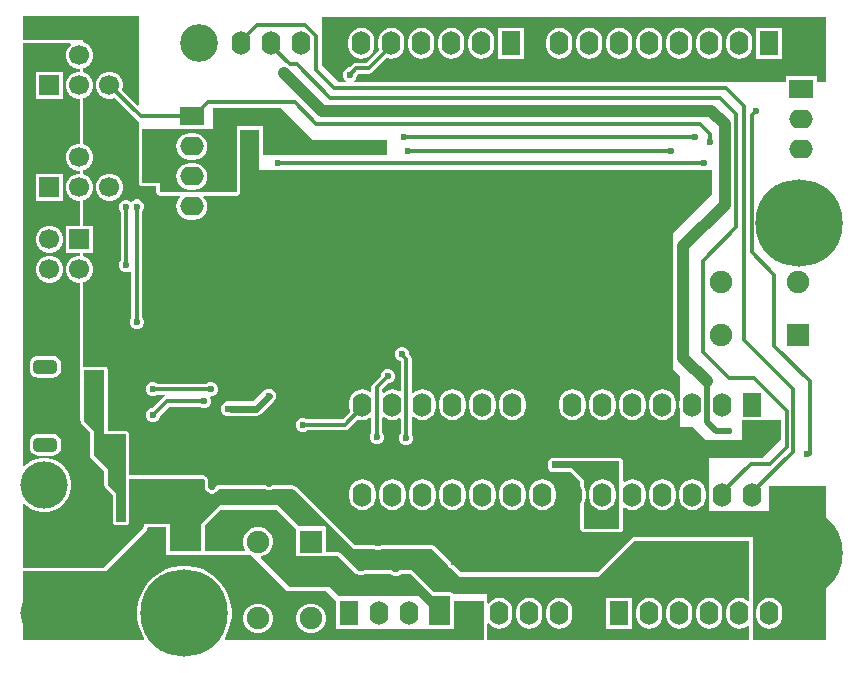
<source format=gbl>
G04*
G04 #@! TF.GenerationSoftware,Altium Limited,Altium Designer,21.6.4 (81)*
G04*
G04 Layer_Physical_Order=2*
G04 Layer_Color=16711680*
%FSLAX44Y44*%
%MOMM*%
G71*
G04*
G04 #@! TF.SameCoordinates,5A2D479A-7A81-4301-8FED-CA8905A59E07*
G04*
G04*
G04 #@! TF.FilePolarity,Positive*
G04*
G01*
G75*
%ADD11C,0.5000*%
%ADD28R,1.9000X1.9000*%
%ADD65C,1.9000*%
%ADD66R,1.9000X1.9000*%
%ADD69C,0.6000*%
%ADD70C,0.3000*%
%ADD71C,1.0000*%
%ADD74C,3.2000*%
%ADD75C,4.0000*%
%ADD76R,1.6000X2.0000*%
%ADD77O,1.6000X2.0000*%
%ADD78O,2.0000X1.6000*%
%ADD79R,2.0000X1.6000*%
%ADD80C,7.4000*%
%ADD81C,1.7000*%
%ADD82R,1.7000X1.7000*%
G04:AMPARAMS|DCode=83|XSize=2mm|YSize=1.2mm|CornerRadius=0.36mm|HoleSize=0mm|Usage=FLASHONLY|Rotation=0.000|XOffset=0mm|YOffset=0mm|HoleType=Round|Shape=RoundedRectangle|*
%AMROUNDEDRECTD83*
21,1,2.0000,0.4800,0,0,0.0*
21,1,1.2800,1.2000,0,0,0.0*
1,1,0.7200,0.6400,-0.2400*
1,1,0.7200,-0.6400,-0.2400*
1,1,0.7200,-0.6400,0.2400*
1,1,0.7200,0.6400,0.2400*
%
%ADD83ROUNDEDRECTD83*%
%ADD84C,0.6000*%
G36*
X683000Y475000D02*
X675000D01*
Y480000D01*
X649000D01*
Y475000D01*
X283305D01*
X283052Y476270D01*
X283399Y476413D01*
X285087Y478101D01*
X286000Y480307D01*
Y480905D01*
X287257Y482162D01*
X295710D01*
X297466Y482511D01*
X298954Y483506D01*
X311129Y495681D01*
X312088Y495283D01*
X314960Y494905D01*
X317832Y495283D01*
X320508Y496391D01*
X322805Y498155D01*
X324568Y500452D01*
X325677Y503128D01*
X326055Y506000D01*
Y510000D01*
X325677Y512872D01*
X324568Y515547D01*
X322805Y517845D01*
X320508Y519608D01*
X317832Y520717D01*
X314960Y521095D01*
X312088Y520717D01*
X309412Y519608D01*
X307115Y517845D01*
X305352Y515547D01*
X304243Y512872D01*
X303865Y510000D01*
Y506000D01*
X304243Y503128D01*
X304641Y502169D01*
X293810Y491338D01*
X285357D01*
X283601Y490989D01*
X282112Y489994D01*
X279618Y487500D01*
X278806D01*
X276601Y486587D01*
X274913Y484899D01*
X274000Y482693D01*
Y480307D01*
X274913Y478101D01*
X276601Y476413D01*
X276948Y476270D01*
X276695Y475000D01*
X271000D01*
X256000Y490000D01*
Y530000D01*
X683000D01*
Y475000D01*
D02*
G37*
G36*
X101000Y455788D02*
X99827Y455302D01*
X86961Y468168D01*
X87700Y470926D01*
Y473954D01*
X86916Y476879D01*
X85402Y479501D01*
X83261Y481642D01*
X80639Y483156D01*
X77714Y483940D01*
X74686D01*
X71761Y483156D01*
X69139Y481642D01*
X66998Y479501D01*
X65484Y476879D01*
X64700Y473954D01*
Y470926D01*
X65484Y468001D01*
X66998Y465379D01*
X69139Y463238D01*
X71761Y461724D01*
X74686Y460940D01*
X77714D01*
X80472Y461679D01*
X99396Y442756D01*
X100884Y441761D01*
X101000Y441738D01*
Y435295D01*
X100941Y435000D01*
Y390000D01*
X101000Y389705D01*
Y388000D01*
X101728D01*
X101837Y387837D01*
X102830Y387174D01*
X104000Y386941D01*
X115941D01*
Y382000D01*
X116174Y380830D01*
X116837Y379837D01*
X117830Y379174D01*
X119000Y378941D01*
X135868D01*
X136276Y377739D01*
X136155Y377645D01*
X134391Y375347D01*
X133283Y372672D01*
X132905Y369800D01*
X133283Y366928D01*
X134391Y364253D01*
X136155Y361955D01*
X138453Y360191D01*
X141128Y359083D01*
X144000Y358705D01*
X148000D01*
X150872Y359083D01*
X153547Y360191D01*
X155845Y361955D01*
X157608Y364253D01*
X158717Y366928D01*
X159095Y369800D01*
X158717Y372672D01*
X157608Y375347D01*
X155845Y377645D01*
X155724Y377739D01*
X156132Y378941D01*
X184000D01*
X185170Y379174D01*
X186163Y379837D01*
X186272Y380000D01*
X187000D01*
Y381705D01*
X187059Y382000D01*
Y434941D01*
X202941D01*
Y413000D01*
X203000Y412705D01*
Y401000D01*
X586000Y401000D01*
Y380000D01*
X553000Y347000D01*
Y232000D01*
X559000Y226000D01*
Y205790D01*
X558755Y203930D01*
Y199930D01*
X559000Y198070D01*
Y183000D01*
X570000D01*
X581000Y172000D01*
X612000D01*
Y188930D01*
X631650D01*
Y189000D01*
X645000D01*
Y173000D01*
X629000Y157000D01*
X584000D01*
Y112000D01*
X635000D01*
Y133000D01*
X683000D01*
Y3000D01*
X621059D01*
Y14380D01*
X621000Y14675D01*
Y36125D01*
X621059Y36421D01*
Y87000D01*
X621000Y87296D01*
Y90000D01*
X618296D01*
X618000Y90059D01*
X521000D01*
X519829Y89826D01*
X518837Y89163D01*
X518837Y89163D01*
X489674Y60000D01*
X374000D01*
X352000Y82000D01*
X351326D01*
X351163Y82163D01*
X350171Y82826D01*
X349000Y83059D01*
X349000Y83059D01*
X307735D01*
X306565Y82826D01*
X305788Y82307D01*
X305047Y82000D01*
X302953D01*
X302212Y82307D01*
X301435Y82826D01*
X300265Y83059D01*
X300265Y83059D01*
X284267D01*
X235663Y131663D01*
X234671Y132326D01*
X233817Y132496D01*
X232584Y133006D01*
X232428Y133163D01*
X231435Y133826D01*
X230265Y134059D01*
X230265Y134059D01*
X215235D01*
X215235Y134059D01*
X214065Y133826D01*
X213072Y133163D01*
X212916Y133006D01*
X211835Y132559D01*
X210665D01*
X209584Y133006D01*
X209428Y133163D01*
X208435Y133826D01*
X207265Y134059D01*
X207265Y134059D01*
X168769D01*
X167599Y133826D01*
X166978Y133411D01*
X166607Y133163D01*
X165944Y132170D01*
X165493Y131084D01*
X164666Y130257D01*
X163585Y129809D01*
X162415D01*
X161334Y130257D01*
X160507Y131084D01*
X160059Y132165D01*
Y138000D01*
X160059Y138000D01*
X159826Y139171D01*
X159163Y140163D01*
X159163Y140163D01*
X159000Y140326D01*
Y141000D01*
X158326D01*
X158163Y141163D01*
X157170Y141826D01*
X156000Y142059D01*
X156000Y142059D01*
X93059D01*
Y177000D01*
X92826Y178171D01*
X92163Y179163D01*
X91171Y179826D01*
X91000Y179860D01*
Y180000D01*
X90295D01*
X90000Y180059D01*
X75059D01*
Y225557D01*
Y231000D01*
X74826Y232171D01*
X74163Y233163D01*
X74000Y233272D01*
Y234000D01*
X72295D01*
X72000Y234059D01*
X55000D01*
X54059Y234980D01*
Y305100D01*
X54000Y305396D01*
Y305552D01*
X55239Y305884D01*
X57861Y307398D01*
X60002Y309539D01*
X61516Y312161D01*
X62300Y315086D01*
Y318114D01*
X61516Y321039D01*
X60002Y323661D01*
X57861Y325802D01*
X55239Y327316D01*
X54000Y327648D01*
Y327805D01*
X54059Y328100D01*
Y330500D01*
X62300D01*
Y353500D01*
X54059D01*
Y374580D01*
X54000Y374875D01*
Y375032D01*
X55239Y375364D01*
X57861Y376878D01*
X60002Y379019D01*
X61516Y381641D01*
X62300Y384566D01*
Y387594D01*
X61516Y390519D01*
X60002Y393141D01*
X57861Y395282D01*
X55239Y396796D01*
X54000Y397128D01*
Y397285D01*
X54059Y397580D01*
Y399980D01*
X54000Y400275D01*
Y400432D01*
X55239Y400764D01*
X57861Y402278D01*
X60002Y404419D01*
X61516Y407041D01*
X62300Y409966D01*
Y412994D01*
X61516Y415919D01*
X60002Y418541D01*
X57861Y420682D01*
X55239Y422196D01*
X54000Y422528D01*
Y422685D01*
X54059Y422980D01*
Y460940D01*
X54000Y461236D01*
Y461392D01*
X55239Y461724D01*
X57861Y463238D01*
X60002Y465379D01*
X61516Y468001D01*
X62300Y470926D01*
Y473954D01*
X61516Y476879D01*
X60002Y479501D01*
X57861Y481642D01*
X55239Y483156D01*
X54000Y483488D01*
Y483644D01*
X54059Y483940D01*
Y486340D01*
X54000Y486636D01*
Y486792D01*
X55239Y487124D01*
X57861Y488638D01*
X60002Y490779D01*
X61516Y493401D01*
X62300Y496326D01*
Y499354D01*
X61516Y502279D01*
X60002Y504901D01*
X57861Y507042D01*
X55239Y508556D01*
X54000Y508888D01*
Y511000D01*
X43369D01*
X43162Y511054D01*
X43073Y511041D01*
X42985Y511059D01*
X3000D01*
Y531000D01*
X101000D01*
Y455788D01*
D02*
G37*
G36*
X249000Y426000D02*
X311000D01*
Y413000D01*
X206000D01*
Y438000D01*
X184000D01*
Y382000D01*
X119000D01*
Y390000D01*
X104000D01*
Y435000D01*
X164000D01*
Y453412D01*
X221588D01*
X249000Y426000D01*
D02*
G37*
G36*
X43427Y506730D02*
X41598Y504901D01*
X40084Y502279D01*
X39300Y499354D01*
Y496326D01*
X40084Y493401D01*
X41598Y490779D01*
X43739Y488638D01*
X46361Y487124D01*
X49286Y486340D01*
X51000D01*
Y483940D01*
X49286D01*
X46361Y483156D01*
X43739Y481642D01*
X41598Y479501D01*
X40084Y476879D01*
X39300Y473954D01*
Y470926D01*
X40084Y468001D01*
X41598Y465379D01*
X43739Y463238D01*
X46361Y461724D01*
X49286Y460940D01*
X51000D01*
Y422980D01*
X49286D01*
X46361Y422196D01*
X43739Y420682D01*
X41598Y418541D01*
X40084Y415919D01*
X39300Y412994D01*
Y409966D01*
X40084Y407041D01*
X41598Y404419D01*
X43739Y402278D01*
X46361Y400764D01*
X49286Y399980D01*
X51000D01*
Y397580D01*
X49286D01*
X46361Y396796D01*
X43739Y395282D01*
X41598Y393141D01*
X40084Y390519D01*
X39300Y387594D01*
Y384566D01*
X40084Y381641D01*
X41598Y379019D01*
X43739Y376878D01*
X46361Y375364D01*
X49286Y374580D01*
X51000D01*
Y353500D01*
X39300D01*
Y330500D01*
X51000D01*
Y328100D01*
X49286D01*
X46361Y327316D01*
X43739Y325802D01*
X41598Y323661D01*
X40084Y321039D01*
X39300Y318114D01*
Y315086D01*
X40084Y312161D01*
X41598Y309539D01*
X43739Y307398D01*
X46361Y305884D01*
X49286Y305100D01*
X51000D01*
Y189000D01*
X51941Y188059D01*
Y188000D01*
X52174Y186829D01*
X52837Y185837D01*
X59941Y178733D01*
Y159000D01*
X60174Y157830D01*
X60837Y156837D01*
X60837Y156837D01*
X71941Y145733D01*
Y134000D01*
X72174Y132830D01*
X72837Y131837D01*
X78941Y125733D01*
Y103000D01*
X79174Y101830D01*
X79837Y100837D01*
X80829Y100174D01*
X82000Y99941D01*
X90000D01*
X91171Y100174D01*
X92163Y100837D01*
X92826Y101830D01*
X93059Y103000D01*
Y139000D01*
X156000D01*
X157000Y138000D01*
Y131000D01*
X157231D01*
X157914Y129351D01*
X159601Y127663D01*
X161807Y126750D01*
X164193D01*
X166399Y127663D01*
X168087Y129351D01*
X168769Y131000D01*
X207265D01*
X207851Y130414D01*
X210056Y129500D01*
X212444D01*
X214649Y130414D01*
X215235Y131000D01*
X230265D01*
X230851Y130414D01*
X233057Y129500D01*
X233500D01*
X283000Y80000D01*
X300265D01*
X300601Y79663D01*
X302806Y78750D01*
X305194D01*
X307399Y79663D01*
X307735Y80000D01*
X349000D01*
X362644Y66357D01*
X363163Y65101D01*
X364851Y63413D01*
X366106Y62894D01*
X373000Y56000D01*
X490000D01*
X521000Y87000D01*
X618000D01*
Y36421D01*
X616730Y35794D01*
X615148Y37009D01*
X612472Y38117D01*
X609600Y38495D01*
X606728Y38117D01*
X604053Y37009D01*
X601755Y35245D01*
X599991Y32947D01*
X598883Y30272D01*
X598505Y27400D01*
Y23400D01*
X598883Y20528D01*
X599991Y17852D01*
X601755Y15555D01*
X604053Y13792D01*
X606728Y12683D01*
X609600Y12305D01*
X612472Y12683D01*
X615148Y13792D01*
X616730Y15006D01*
X618000Y14380D01*
Y3000D01*
X396059D01*
Y16721D01*
X397329Y17152D01*
X398555Y15555D01*
X400853Y13792D01*
X403528Y12683D01*
X406400Y12305D01*
X409272Y12683D01*
X411948Y13792D01*
X414245Y15555D01*
X416008Y17852D01*
X417117Y20528D01*
X417495Y23400D01*
Y27400D01*
X417117Y30272D01*
X416008Y32947D01*
X414245Y35245D01*
X411948Y37009D01*
X409272Y38117D01*
X406400Y38495D01*
X403528Y38117D01*
X400853Y37009D01*
X398555Y35245D01*
X397329Y33648D01*
X396059Y34079D01*
Y36000D01*
X396000Y36295D01*
Y42000D01*
X367272D01*
X367163Y42163D01*
X366171Y42826D01*
X365000Y43059D01*
X351267D01*
X333163Y61163D01*
X332170Y61826D01*
X331000Y62059D01*
X331000Y62059D01*
X322985D01*
X322985Y62059D01*
X321815Y61826D01*
X320822Y61163D01*
X320822Y61163D01*
X320660Y61000D01*
X316840D01*
X316678Y61163D01*
X315685Y61826D01*
X314515Y62059D01*
X314515Y62059D01*
X293235D01*
X292065Y61826D01*
X291072Y61163D01*
X291072Y61163D01*
X290916Y61006D01*
X290900Y61000D01*
X288000D01*
X287428Y61163D01*
X286630Y61696D01*
X272163Y76163D01*
X271171Y76826D01*
X271000Y76860D01*
X271000Y77000D01*
X270000Y77059D01*
X270000Y77059D01*
X269754Y77059D01*
X259500D01*
Y98500D01*
X259000D01*
Y99000D01*
X237000D01*
X219000Y117000D01*
X170000D01*
X168819Y115819D01*
X167837Y115163D01*
X154837Y102163D01*
X154181Y101181D01*
X154000Y101000D01*
Y100296D01*
X153941Y100000D01*
X153941Y100000D01*
X153941Y78059D01*
X142321D01*
X142123Y78019D01*
X141922Y78033D01*
X141674Y78000D01*
X141526D01*
X141278Y78033D01*
X141077Y78019D01*
X140879Y78059D01*
X127200D01*
Y101000D01*
X124296D01*
X124000Y101059D01*
X108000D01*
X107704Y101000D01*
X105200D01*
Y99209D01*
X105174Y99171D01*
X104941Y98000D01*
Y97267D01*
X71733Y64059D01*
X3000D01*
Y117677D01*
X4270Y118203D01*
X6338Y116135D01*
X10105Y113618D01*
X14291Y111884D01*
X18735Y111000D01*
X23265D01*
X27709Y111884D01*
X31895Y113618D01*
X35662Y116135D01*
X38865Y119338D01*
X41382Y123105D01*
X43116Y127291D01*
X44000Y131735D01*
Y136265D01*
X43116Y140709D01*
X41382Y144895D01*
X38865Y148662D01*
X35662Y151865D01*
X31895Y154382D01*
X27709Y156116D01*
X23265Y157000D01*
X18735D01*
X14291Y156116D01*
X10105Y154382D01*
X6338Y151865D01*
X4270Y149797D01*
X3000Y150323D01*
Y508000D01*
X42985D01*
X43427Y506730D01*
D02*
G37*
G36*
X72000Y227943D02*
Y225557D01*
Y177000D01*
X90000D01*
Y103000D01*
X82000D01*
Y127000D01*
X75000Y134000D01*
Y147000D01*
X63000Y159000D01*
Y180000D01*
X55000Y188000D01*
Y231000D01*
X72000D01*
Y227943D01*
D02*
G37*
G36*
X234500Y96500D02*
Y73500D01*
X259500D01*
Y74000D01*
X270000D01*
X285000Y59000D01*
X285265D01*
X285851Y58413D01*
X288057Y57500D01*
X290443D01*
X292649Y58413D01*
X293235Y59000D01*
X314515D01*
X315351Y58163D01*
X317556Y57250D01*
X319944D01*
X322149Y58163D01*
X322985Y59000D01*
X331000D01*
X350000Y40000D01*
X365000D01*
Y36295D01*
X364941Y36000D01*
Y15059D01*
X347000D01*
Y31000D01*
X338000Y40000D01*
X271000D01*
X263000Y48000D01*
X229000D01*
X204568Y72432D01*
X204947Y73849D01*
X206825Y74352D01*
X209675Y75998D01*
X212003Y78325D01*
X213648Y81175D01*
X214500Y84354D01*
Y87646D01*
X213648Y90825D01*
X212003Y93675D01*
X209675Y96003D01*
X206825Y97648D01*
X203646Y98500D01*
X200354D01*
X197175Y97648D01*
X194325Y96003D01*
X191998Y93675D01*
X190352Y90825D01*
X189500Y87646D01*
Y84354D01*
X190352Y81175D01*
X191418Y79329D01*
X190685Y78059D01*
X167721D01*
X167523Y78019D01*
X167322Y78033D01*
X167074Y78000D01*
X166926D01*
X166678Y78033D01*
X166477Y78019D01*
X166279Y78059D01*
X157000D01*
X157000Y100000D01*
X170000Y113000D01*
X218000D01*
X234500Y96500D01*
D02*
G37*
G36*
X124000Y75000D02*
X140879D01*
X141600Y74905D01*
X142321Y75000D01*
X166279D01*
X167000Y74905D01*
X167721Y75000D01*
X196000D01*
X227000Y44000D01*
X260000D01*
X268400Y35600D01*
Y12400D01*
X269000D01*
Y12000D01*
X368000D01*
Y36000D01*
X393000D01*
Y3000D01*
X174267D01*
X173690Y4132D01*
X173911Y4435D01*
X176770Y10045D01*
X178715Y16033D01*
X179700Y22252D01*
Y28548D01*
X178715Y34767D01*
X176770Y40755D01*
X173911Y46365D01*
X170210Y51458D01*
X165758Y55910D01*
X160665Y59611D01*
X155055Y62470D01*
X149067Y64415D01*
X142848Y65400D01*
X136552D01*
X130333Y64415D01*
X124345Y62470D01*
X118735Y59611D01*
X113642Y55910D01*
X109190Y51458D01*
X105489Y46365D01*
X102631Y40755D01*
X100685Y34767D01*
X99700Y28548D01*
Y22252D01*
X100685Y16033D01*
X102631Y10045D01*
X105489Y4435D01*
X105710Y4132D01*
X105133Y3000D01*
X3000D01*
Y61000D01*
X73000D01*
X108000Y96000D01*
Y98000D01*
X124000D01*
Y75000D01*
D02*
G37*
%LPC*%
G36*
X646000Y521000D02*
X624000D01*
Y495000D01*
X646000D01*
Y521000D01*
D02*
G37*
G36*
X427560D02*
X405560D01*
Y495000D01*
X427560D01*
Y521000D01*
D02*
G37*
G36*
X609600Y521095D02*
X606728Y520717D01*
X604053Y519608D01*
X601755Y517845D01*
X599991Y515547D01*
X598883Y512872D01*
X598505Y510000D01*
Y506000D01*
X598883Y503128D01*
X599991Y500452D01*
X601755Y498155D01*
X604053Y496391D01*
X606728Y495283D01*
X609600Y494905D01*
X612472Y495283D01*
X615148Y496391D01*
X617445Y498155D01*
X619208Y500452D01*
X620317Y503128D01*
X620695Y506000D01*
Y510000D01*
X620317Y512872D01*
X619208Y515547D01*
X617445Y517845D01*
X615148Y519608D01*
X612472Y520717D01*
X609600Y521095D01*
D02*
G37*
G36*
X584200D02*
X581328Y520717D01*
X578652Y519608D01*
X576355Y517845D01*
X574591Y515547D01*
X573483Y512872D01*
X573105Y510000D01*
Y506000D01*
X573483Y503128D01*
X574591Y500452D01*
X576355Y498155D01*
X578652Y496391D01*
X581328Y495283D01*
X584200Y494905D01*
X587072Y495283D01*
X589748Y496391D01*
X592045Y498155D01*
X593809Y500452D01*
X594917Y503128D01*
X595295Y506000D01*
Y510000D01*
X594917Y512872D01*
X593809Y515547D01*
X592045Y517845D01*
X589748Y519608D01*
X587072Y520717D01*
X584200Y521095D01*
D02*
G37*
G36*
X558800D02*
X555928Y520717D01*
X553252Y519608D01*
X550955Y517845D01*
X549192Y515547D01*
X548083Y512872D01*
X547705Y510000D01*
Y506000D01*
X548083Y503128D01*
X549192Y500452D01*
X550955Y498155D01*
X553252Y496391D01*
X555928Y495283D01*
X558800Y494905D01*
X561672Y495283D01*
X564347Y496391D01*
X566645Y498155D01*
X568409Y500452D01*
X569517Y503128D01*
X569895Y506000D01*
Y510000D01*
X569517Y512872D01*
X568409Y515547D01*
X566645Y517845D01*
X564347Y519608D01*
X561672Y520717D01*
X558800Y521095D01*
D02*
G37*
G36*
X533400D02*
X530528Y520717D01*
X527853Y519608D01*
X525555Y517845D01*
X523792Y515547D01*
X522683Y512872D01*
X522305Y510000D01*
Y506000D01*
X522683Y503128D01*
X523792Y500452D01*
X525555Y498155D01*
X527853Y496391D01*
X530528Y495283D01*
X533400Y494905D01*
X536272Y495283D01*
X538947Y496391D01*
X541245Y498155D01*
X543008Y500452D01*
X544117Y503128D01*
X544495Y506000D01*
Y510000D01*
X544117Y512872D01*
X543008Y515547D01*
X541245Y517845D01*
X538947Y519608D01*
X536272Y520717D01*
X533400Y521095D01*
D02*
G37*
G36*
X508000D02*
X505128Y520717D01*
X502453Y519608D01*
X500155Y517845D01*
X498391Y515547D01*
X497283Y512872D01*
X496905Y510000D01*
Y506000D01*
X497283Y503128D01*
X498391Y500452D01*
X500155Y498155D01*
X502453Y496391D01*
X505128Y495283D01*
X508000Y494905D01*
X510872Y495283D01*
X513548Y496391D01*
X515845Y498155D01*
X517608Y500452D01*
X518717Y503128D01*
X519095Y506000D01*
Y510000D01*
X518717Y512872D01*
X517608Y515547D01*
X515845Y517845D01*
X513548Y519608D01*
X510872Y520717D01*
X508000Y521095D01*
D02*
G37*
G36*
X482600D02*
X479728Y520717D01*
X477052Y519608D01*
X474755Y517845D01*
X472991Y515547D01*
X471883Y512872D01*
X471505Y510000D01*
Y506000D01*
X471883Y503128D01*
X472991Y500452D01*
X474755Y498155D01*
X477052Y496391D01*
X479728Y495283D01*
X482600Y494905D01*
X485472Y495283D01*
X488148Y496391D01*
X490445Y498155D01*
X492209Y500452D01*
X493317Y503128D01*
X493695Y506000D01*
Y510000D01*
X493317Y512872D01*
X492209Y515547D01*
X490445Y517845D01*
X488148Y519608D01*
X485472Y520717D01*
X482600Y521095D01*
D02*
G37*
G36*
X457200D02*
X454328Y520717D01*
X451652Y519608D01*
X449355Y517845D01*
X447592Y515547D01*
X446483Y512872D01*
X446105Y510000D01*
Y506000D01*
X446483Y503128D01*
X447592Y500452D01*
X449355Y498155D01*
X451652Y496391D01*
X454328Y495283D01*
X457200Y494905D01*
X460072Y495283D01*
X462747Y496391D01*
X465045Y498155D01*
X466809Y500452D01*
X467917Y503128D01*
X468295Y506000D01*
Y510000D01*
X467917Y512872D01*
X466809Y515547D01*
X465045Y517845D01*
X462747Y519608D01*
X460072Y520717D01*
X457200Y521095D01*
D02*
G37*
G36*
X391160D02*
X388288Y520717D01*
X385612Y519608D01*
X383315Y517845D01*
X381552Y515547D01*
X380443Y512872D01*
X380065Y510000D01*
Y506000D01*
X380443Y503128D01*
X381552Y500452D01*
X383315Y498155D01*
X385612Y496391D01*
X388288Y495283D01*
X391160Y494905D01*
X394032Y495283D01*
X396707Y496391D01*
X399005Y498155D01*
X400769Y500452D01*
X401877Y503128D01*
X402255Y506000D01*
Y510000D01*
X401877Y512872D01*
X400769Y515547D01*
X399005Y517845D01*
X396707Y519608D01*
X394032Y520717D01*
X391160Y521095D01*
D02*
G37*
G36*
X365760D02*
X362888Y520717D01*
X360213Y519608D01*
X357915Y517845D01*
X356152Y515547D01*
X355043Y512872D01*
X354665Y510000D01*
Y506000D01*
X355043Y503128D01*
X356152Y500452D01*
X357915Y498155D01*
X360213Y496391D01*
X362888Y495283D01*
X365760Y494905D01*
X368632Y495283D01*
X371307Y496391D01*
X373605Y498155D01*
X375368Y500452D01*
X376477Y503128D01*
X376855Y506000D01*
Y510000D01*
X376477Y512872D01*
X375368Y515547D01*
X373605Y517845D01*
X371307Y519608D01*
X368632Y520717D01*
X365760Y521095D01*
D02*
G37*
G36*
X340360D02*
X337488Y520717D01*
X334813Y519608D01*
X332515Y517845D01*
X330751Y515547D01*
X329643Y512872D01*
X329265Y510000D01*
Y506000D01*
X329643Y503128D01*
X330751Y500452D01*
X332515Y498155D01*
X334813Y496391D01*
X337488Y495283D01*
X340360Y494905D01*
X343232Y495283D01*
X345908Y496391D01*
X348205Y498155D01*
X349968Y500452D01*
X351077Y503128D01*
X351455Y506000D01*
Y510000D01*
X351077Y512872D01*
X349968Y515547D01*
X348205Y517845D01*
X345908Y519608D01*
X343232Y520717D01*
X340360Y521095D01*
D02*
G37*
G36*
X289560D02*
X286688Y520717D01*
X284013Y519608D01*
X281715Y517845D01*
X279951Y515547D01*
X278843Y512872D01*
X278465Y510000D01*
Y506000D01*
X278843Y503128D01*
X279951Y500452D01*
X281715Y498155D01*
X284013Y496391D01*
X286688Y495283D01*
X289560Y494905D01*
X292432Y495283D01*
X295107Y496391D01*
X297405Y498155D01*
X299168Y500452D01*
X300277Y503128D01*
X300655Y506000D01*
Y510000D01*
X300277Y512872D01*
X299168Y515547D01*
X297405Y517845D01*
X295107Y519608D01*
X292432Y520717D01*
X289560Y521095D01*
D02*
G37*
G36*
X77714Y397580D02*
X74686D01*
X71761Y396796D01*
X69139Y395282D01*
X66998Y393141D01*
X65484Y390519D01*
X64700Y387594D01*
Y384566D01*
X65484Y381641D01*
X66998Y379019D01*
X69139Y376878D01*
X71761Y375364D01*
X74686Y374580D01*
X77714D01*
X80639Y375364D01*
X83261Y376878D01*
X85402Y379019D01*
X86916Y381641D01*
X87700Y384566D01*
Y387594D01*
X86916Y390519D01*
X85402Y393141D01*
X83261Y395282D01*
X80639Y396796D01*
X77714Y397580D01*
D02*
G37*
G36*
X100443Y375750D02*
X98056D01*
X95851Y374837D01*
X94500Y373485D01*
X93649Y374337D01*
X91444Y375250D01*
X89057D01*
X86851Y374337D01*
X85163Y372649D01*
X84250Y370443D01*
Y368056D01*
X85163Y365851D01*
X85662Y365353D01*
Y323897D01*
X85163Y323399D01*
X84250Y321194D01*
Y318806D01*
X85163Y316601D01*
X86851Y314913D01*
X89057Y314000D01*
X91444D01*
X93392Y314807D01*
X94662Y314267D01*
Y275897D01*
X94163Y275399D01*
X93250Y273193D01*
Y270807D01*
X94163Y268601D01*
X95851Y266913D01*
X98056Y266000D01*
X100443D01*
X102649Y266913D01*
X104337Y268601D01*
X105250Y270807D01*
Y273193D01*
X104337Y275399D01*
X103838Y275897D01*
Y365853D01*
X104337Y366351D01*
X105250Y368557D01*
Y370943D01*
X104337Y373149D01*
X102649Y374837D01*
X100443Y375750D01*
D02*
G37*
G36*
X325193Y251000D02*
X322807D01*
X320601Y250086D01*
X318913Y248399D01*
X318000Y246194D01*
Y243806D01*
X318913Y241601D01*
X320601Y239913D01*
X322624Y239076D01*
X322912Y238788D01*
Y213812D01*
X321773Y213250D01*
X321398Y213538D01*
X318722Y214647D01*
X315850Y215025D01*
X312978Y214647D01*
X310303Y213538D01*
X308483Y212142D01*
X307213Y212751D01*
Y214725D01*
X312489Y220000D01*
X313193D01*
X315399Y220914D01*
X317087Y222601D01*
X318000Y224806D01*
Y227194D01*
X317087Y229399D01*
X315399Y231087D01*
X313193Y232000D01*
X310807D01*
X308601Y231087D01*
X306914Y229399D01*
X306000Y227194D01*
Y226489D01*
X299381Y219869D01*
X298386Y218381D01*
X298037Y216625D01*
Y213409D01*
X296898Y212848D01*
X295998Y213538D01*
X293322Y214647D01*
X290450Y215025D01*
X287578Y214647D01*
X284902Y213538D01*
X282605Y211775D01*
X280842Y209478D01*
X279733Y206802D01*
X279355Y203930D01*
Y199930D01*
X279733Y197058D01*
X280131Y196099D01*
X273619Y189588D01*
X243897D01*
X243399Y190087D01*
X241194Y191000D01*
X238806D01*
X236601Y190087D01*
X234913Y188399D01*
X234000Y186194D01*
Y183806D01*
X234913Y181601D01*
X236601Y179914D01*
X238806Y179000D01*
X241194D01*
X243399Y179914D01*
X243897Y180412D01*
X275520D01*
X277276Y180761D01*
X278764Y181756D01*
X286619Y189611D01*
X287578Y189213D01*
X290450Y188835D01*
X293322Y189213D01*
X295998Y190322D01*
X296898Y191012D01*
X298037Y190451D01*
Y178522D01*
X297414Y177899D01*
X296500Y175693D01*
Y173307D01*
X297414Y171101D01*
X299101Y169414D01*
X301306Y168500D01*
X303694D01*
X305899Y169414D01*
X307587Y171101D01*
X308500Y173307D01*
Y175693D01*
X307587Y177899D01*
X307213Y178272D01*
Y191109D01*
X308483Y191718D01*
X310303Y190322D01*
X312978Y189213D01*
X315850Y188835D01*
X318722Y189213D01*
X321398Y190322D01*
X321773Y190610D01*
X322912Y190048D01*
Y177397D01*
X322413Y176899D01*
X321500Y174694D01*
Y172306D01*
X322413Y170101D01*
X324101Y168414D01*
X326306Y167500D01*
X328694D01*
X330899Y168414D01*
X332587Y170101D01*
X333500Y172306D01*
Y174694D01*
X332587Y176899D01*
X332088Y177397D01*
Y191825D01*
X333291Y192233D01*
X333405Y192085D01*
X335703Y190322D01*
X338378Y189213D01*
X341250Y188835D01*
X344122Y189213D01*
X346797Y190322D01*
X349095Y192085D01*
X350858Y194382D01*
X351967Y197058D01*
X352345Y199930D01*
Y203930D01*
X351967Y206802D01*
X350858Y209478D01*
X349095Y211775D01*
X346797Y213538D01*
X344122Y214647D01*
X341250Y215025D01*
X338378Y214647D01*
X335703Y213538D01*
X333405Y211775D01*
X333291Y211627D01*
X332088Y212035D01*
Y240688D01*
X331739Y242444D01*
X330744Y243932D01*
X330000Y244677D01*
Y246194D01*
X329087Y248399D01*
X327399Y250086D01*
X325193Y251000D01*
D02*
G37*
G36*
X211250Y215618D02*
X210659Y215500D01*
X210056D01*
X209500Y215269D01*
X208909Y215152D01*
X208408Y214817D01*
X207851Y214587D01*
X207425Y214160D01*
X206924Y213826D01*
X197966Y204867D01*
X178750D01*
X177666Y204652D01*
X177528Y204709D01*
X175141D01*
X172935Y203796D01*
X171248Y202108D01*
X170334Y199903D01*
Y197516D01*
X171248Y195311D01*
X172935Y193623D01*
X175141Y192709D01*
X177528D01*
X177799Y192822D01*
X178750Y192633D01*
X200500D01*
X202841Y193098D01*
X204826Y194424D01*
X215576Y205174D01*
X215910Y205675D01*
X216336Y206101D01*
X216567Y206658D01*
X216902Y207159D01*
X217019Y207750D01*
X217250Y208307D01*
Y208909D01*
X217367Y209500D01*
X217250Y210091D01*
Y210693D01*
X217019Y211250D01*
X216902Y211841D01*
X216567Y212342D01*
X216336Y212899D01*
X215910Y213325D01*
X215576Y213826D01*
X215075Y214160D01*
X214649Y214587D01*
X214092Y214817D01*
X213591Y215152D01*
X213000Y215269D01*
X212444Y215500D01*
X211841D01*
X211250Y215618D01*
D02*
G37*
G36*
X114193Y221250D02*
X111806D01*
X109601Y220336D01*
X107913Y218649D01*
X107000Y216444D01*
Y214056D01*
X107913Y211851D01*
X109601Y210163D01*
X111806Y209250D01*
X114193D01*
X116399Y210163D01*
X116772Y210537D01*
X123260D01*
X123385Y209267D01*
X123244Y209239D01*
X121756Y208244D01*
X112511Y199000D01*
X111806D01*
X109601Y198086D01*
X107913Y196399D01*
X107000Y194193D01*
Y191807D01*
X107913Y189601D01*
X109601Y187913D01*
X111806Y187000D01*
X114193D01*
X116399Y187913D01*
X118087Y189601D01*
X119000Y191807D01*
Y192511D01*
X126901Y200412D01*
X152103D01*
X152601Y199913D01*
X154806Y199000D01*
X157193D01*
X159399Y199913D01*
X161087Y201601D01*
X162000Y203806D01*
Y206194D01*
X161364Y207730D01*
X162145Y209000D01*
X163193D01*
X165399Y209913D01*
X167087Y211601D01*
X168000Y213806D01*
Y216194D01*
X167087Y218399D01*
X165399Y220087D01*
X163193Y221000D01*
X160807D01*
X158601Y220087D01*
X158228Y219713D01*
X117022D01*
X116399Y220336D01*
X114193Y221250D01*
D02*
G37*
G36*
X544450Y215025D02*
X541578Y214647D01*
X538903Y213538D01*
X536605Y211775D01*
X534841Y209478D01*
X533733Y206802D01*
X533355Y203930D01*
Y199930D01*
X533733Y197058D01*
X534841Y194382D01*
X536605Y192085D01*
X538903Y190322D01*
X541578Y189213D01*
X544450Y188835D01*
X547322Y189213D01*
X549997Y190322D01*
X552295Y192085D01*
X554058Y194382D01*
X555167Y197058D01*
X555545Y199930D01*
Y203930D01*
X555167Y206802D01*
X554058Y209478D01*
X552295Y211775D01*
X549997Y213538D01*
X547322Y214647D01*
X544450Y215025D01*
D02*
G37*
G36*
X519050D02*
X516178Y214647D01*
X513503Y213538D01*
X511205Y211775D01*
X509441Y209478D01*
X508333Y206802D01*
X507955Y203930D01*
Y199930D01*
X508333Y197058D01*
X509441Y194382D01*
X511205Y192085D01*
X513503Y190322D01*
X516178Y189213D01*
X519050Y188835D01*
X521922Y189213D01*
X524598Y190322D01*
X526895Y192085D01*
X528658Y194382D01*
X529767Y197058D01*
X530145Y199930D01*
Y203930D01*
X529767Y206802D01*
X528658Y209478D01*
X526895Y211775D01*
X524598Y213538D01*
X521922Y214647D01*
X519050Y215025D01*
D02*
G37*
G36*
X493650D02*
X490778Y214647D01*
X488102Y213538D01*
X485805Y211775D01*
X484041Y209478D01*
X482933Y206802D01*
X482555Y203930D01*
Y199930D01*
X482933Y197058D01*
X484041Y194382D01*
X485805Y192085D01*
X488102Y190322D01*
X490778Y189213D01*
X493650Y188835D01*
X496522Y189213D01*
X499198Y190322D01*
X501495Y192085D01*
X503259Y194382D01*
X504367Y197058D01*
X504745Y199930D01*
Y203930D01*
X504367Y206802D01*
X503259Y209478D01*
X501495Y211775D01*
X499198Y213538D01*
X496522Y214647D01*
X493650Y215025D01*
D02*
G37*
G36*
X468250D02*
X465378Y214647D01*
X462702Y213538D01*
X460405Y211775D01*
X458642Y209478D01*
X457533Y206802D01*
X457155Y203930D01*
Y199930D01*
X457533Y197058D01*
X458642Y194382D01*
X460405Y192085D01*
X462702Y190322D01*
X465378Y189213D01*
X468250Y188835D01*
X471122Y189213D01*
X473797Y190322D01*
X476095Y192085D01*
X477859Y194382D01*
X478967Y197058D01*
X479345Y199930D01*
Y203930D01*
X478967Y206802D01*
X477859Y209478D01*
X476095Y211775D01*
X473797Y213538D01*
X471122Y214647D01*
X468250Y215025D01*
D02*
G37*
G36*
X417450D02*
X414578Y214647D01*
X411903Y213538D01*
X409605Y211775D01*
X407841Y209478D01*
X406733Y206802D01*
X406355Y203930D01*
Y199930D01*
X406733Y197058D01*
X407841Y194382D01*
X409605Y192085D01*
X411903Y190322D01*
X414578Y189213D01*
X417450Y188835D01*
X420322Y189213D01*
X422998Y190322D01*
X425295Y192085D01*
X427058Y194382D01*
X428167Y197058D01*
X428545Y199930D01*
Y203930D01*
X428167Y206802D01*
X427058Y209478D01*
X425295Y211775D01*
X422998Y213538D01*
X420322Y214647D01*
X417450Y215025D01*
D02*
G37*
G36*
X392050D02*
X389178Y214647D01*
X386502Y213538D01*
X384205Y211775D01*
X382441Y209478D01*
X381333Y206802D01*
X380955Y203930D01*
Y199930D01*
X381333Y197058D01*
X382441Y194382D01*
X384205Y192085D01*
X386502Y190322D01*
X389178Y189213D01*
X392050Y188835D01*
X394922Y189213D01*
X397598Y190322D01*
X399895Y192085D01*
X401659Y194382D01*
X402767Y197058D01*
X403145Y199930D01*
Y203930D01*
X402767Y206802D01*
X401659Y209478D01*
X399895Y211775D01*
X397598Y213538D01*
X394922Y214647D01*
X392050Y215025D01*
D02*
G37*
G36*
X366650D02*
X363778Y214647D01*
X361102Y213538D01*
X358805Y211775D01*
X357042Y209478D01*
X355933Y206802D01*
X355555Y203930D01*
Y199930D01*
X355933Y197058D01*
X357042Y194382D01*
X358805Y192085D01*
X361102Y190322D01*
X363778Y189213D01*
X366650Y188835D01*
X369522Y189213D01*
X372197Y190322D01*
X374495Y192085D01*
X376259Y194382D01*
X377367Y197058D01*
X377745Y199930D01*
Y203930D01*
X377367Y206802D01*
X376259Y209478D01*
X374495Y211775D01*
X372197Y213538D01*
X369522Y214647D01*
X366650Y215025D01*
D02*
G37*
G36*
X569850Y138825D02*
X566978Y138447D01*
X564302Y137338D01*
X562005Y135575D01*
X560242Y133278D01*
X559133Y130602D01*
X558755Y127730D01*
Y123730D01*
X559133Y120858D01*
X560242Y118182D01*
X562005Y115885D01*
X564302Y114122D01*
X566978Y113013D01*
X569850Y112635D01*
X572722Y113013D01*
X575397Y114122D01*
X577695Y115885D01*
X579459Y118182D01*
X580567Y120858D01*
X580945Y123730D01*
Y127730D01*
X580567Y130602D01*
X579459Y133278D01*
X577695Y135575D01*
X575397Y137338D01*
X572722Y138447D01*
X569850Y138825D01*
D02*
G37*
G36*
X544450D02*
X541578Y138447D01*
X538903Y137338D01*
X536605Y135575D01*
X534841Y133278D01*
X533733Y130602D01*
X533355Y127730D01*
Y123730D01*
X533733Y120858D01*
X534841Y118182D01*
X536605Y115885D01*
X538903Y114122D01*
X541578Y113013D01*
X544450Y112635D01*
X547322Y113013D01*
X549997Y114122D01*
X552295Y115885D01*
X554058Y118182D01*
X555167Y120858D01*
X555545Y123730D01*
Y127730D01*
X555167Y130602D01*
X554058Y133278D01*
X552295Y135575D01*
X549997Y137338D01*
X547322Y138447D01*
X544450Y138825D01*
D02*
G37*
G36*
X508000Y157059D02*
X451000D01*
X449829Y156826D01*
X448837Y156163D01*
X448174Y155170D01*
X447941Y154000D01*
Y148014D01*
X448174Y146844D01*
X448837Y145852D01*
X449829Y145189D01*
X451000Y144956D01*
X466718D01*
X474941Y136733D01*
Y132936D01*
X475174Y131765D01*
X475987Y129803D01*
X476286Y127529D01*
Y123931D01*
X475987Y121657D01*
X475174Y119695D01*
X474941Y118524D01*
X474941Y96898D01*
X475174Y95728D01*
X475837Y94735D01*
X476829Y94072D01*
X478000Y93840D01*
X507898D01*
X507898Y93840D01*
X509069Y94072D01*
X510061Y94735D01*
X510061Y94735D01*
X510163Y94837D01*
X510826Y95829D01*
X511059Y97000D01*
X511059Y97000D01*
Y114396D01*
X512329Y115022D01*
X513503Y114122D01*
X516178Y113013D01*
X519050Y112635D01*
X521922Y113013D01*
X524598Y114122D01*
X526895Y115885D01*
X528658Y118182D01*
X529767Y120858D01*
X530145Y123730D01*
Y127730D01*
X529767Y130602D01*
X528658Y133278D01*
X526895Y135575D01*
X524598Y137338D01*
X521922Y138447D01*
X519050Y138825D01*
X516178Y138447D01*
X513503Y137338D01*
X512329Y136438D01*
X511059Y137064D01*
Y154000D01*
X510826Y155170D01*
X510163Y156163D01*
X509170Y156826D01*
X508000Y157059D01*
D02*
G37*
G36*
X442850Y138825D02*
X439978Y138447D01*
X437303Y137338D01*
X435005Y135575D01*
X433242Y133278D01*
X432133Y130602D01*
X431755Y127730D01*
Y123730D01*
X432133Y120858D01*
X433242Y118182D01*
X435005Y115885D01*
X437303Y114122D01*
X439978Y113013D01*
X442850Y112635D01*
X445722Y113013D01*
X448397Y114122D01*
X450695Y115885D01*
X452458Y118182D01*
X453567Y120858D01*
X453945Y123730D01*
Y127730D01*
X453567Y130602D01*
X452458Y133278D01*
X450695Y135575D01*
X448397Y137338D01*
X445722Y138447D01*
X442850Y138825D01*
D02*
G37*
G36*
X417450D02*
X414578Y138447D01*
X411903Y137338D01*
X409605Y135575D01*
X407841Y133278D01*
X406733Y130602D01*
X406355Y127730D01*
Y123730D01*
X406733Y120858D01*
X407841Y118182D01*
X409605Y115885D01*
X411903Y114122D01*
X414578Y113013D01*
X417450Y112635D01*
X420322Y113013D01*
X422998Y114122D01*
X425295Y115885D01*
X427058Y118182D01*
X428167Y120858D01*
X428545Y123730D01*
Y127730D01*
X428167Y130602D01*
X427058Y133278D01*
X425295Y135575D01*
X422998Y137338D01*
X420322Y138447D01*
X417450Y138825D01*
D02*
G37*
G36*
X392050D02*
X389178Y138447D01*
X386502Y137338D01*
X384205Y135575D01*
X382441Y133278D01*
X381333Y130602D01*
X380955Y127730D01*
Y123730D01*
X381333Y120858D01*
X382441Y118182D01*
X384205Y115885D01*
X386502Y114122D01*
X389178Y113013D01*
X392050Y112635D01*
X394922Y113013D01*
X397598Y114122D01*
X399895Y115885D01*
X401659Y118182D01*
X402767Y120858D01*
X403145Y123730D01*
Y127730D01*
X402767Y130602D01*
X401659Y133278D01*
X399895Y135575D01*
X397598Y137338D01*
X394922Y138447D01*
X392050Y138825D01*
D02*
G37*
G36*
X366650D02*
X363778Y138447D01*
X361102Y137338D01*
X358805Y135575D01*
X357042Y133278D01*
X355933Y130602D01*
X355555Y127730D01*
Y123730D01*
X355933Y120858D01*
X357042Y118182D01*
X358805Y115885D01*
X361102Y114122D01*
X363778Y113013D01*
X366650Y112635D01*
X369522Y113013D01*
X372197Y114122D01*
X374495Y115885D01*
X376259Y118182D01*
X377367Y120858D01*
X377745Y123730D01*
Y127730D01*
X377367Y130602D01*
X376259Y133278D01*
X374495Y135575D01*
X372197Y137338D01*
X369522Y138447D01*
X366650Y138825D01*
D02*
G37*
G36*
X341250D02*
X338378Y138447D01*
X335703Y137338D01*
X333405Y135575D01*
X331642Y133278D01*
X330533Y130602D01*
X330155Y127730D01*
Y123730D01*
X330533Y120858D01*
X331642Y118182D01*
X333405Y115885D01*
X335703Y114122D01*
X338378Y113013D01*
X341250Y112635D01*
X344122Y113013D01*
X346797Y114122D01*
X349095Y115885D01*
X350858Y118182D01*
X351967Y120858D01*
X352345Y123730D01*
Y127730D01*
X351967Y130602D01*
X350858Y133278D01*
X349095Y135575D01*
X346797Y137338D01*
X344122Y138447D01*
X341250Y138825D01*
D02*
G37*
G36*
X315850D02*
X312978Y138447D01*
X310303Y137338D01*
X308005Y135575D01*
X306241Y133278D01*
X305133Y130602D01*
X304755Y127730D01*
Y123730D01*
X305133Y120858D01*
X306241Y118182D01*
X308005Y115885D01*
X310303Y114122D01*
X312978Y113013D01*
X315850Y112635D01*
X318722Y113013D01*
X321398Y114122D01*
X323695Y115885D01*
X325458Y118182D01*
X326567Y120858D01*
X326945Y123730D01*
Y127730D01*
X326567Y130602D01*
X325458Y133278D01*
X323695Y135575D01*
X321398Y137338D01*
X318722Y138447D01*
X315850Y138825D01*
D02*
G37*
G36*
X290450D02*
X287578Y138447D01*
X284902Y137338D01*
X282605Y135575D01*
X280842Y133278D01*
X279733Y130602D01*
X279355Y127730D01*
Y123730D01*
X279733Y120858D01*
X280842Y118182D01*
X282605Y115885D01*
X284902Y114122D01*
X287578Y113013D01*
X290450Y112635D01*
X293322Y113013D01*
X295998Y114122D01*
X298295Y115885D01*
X300058Y118182D01*
X301167Y120858D01*
X301545Y123730D01*
Y127730D01*
X301167Y130602D01*
X300058Y133278D01*
X298295Y135575D01*
X295998Y137338D01*
X293322Y138447D01*
X290450Y138825D01*
D02*
G37*
G36*
X635000Y38495D02*
X632128Y38117D01*
X629453Y37009D01*
X627155Y35245D01*
X625392Y32947D01*
X624283Y30272D01*
X623905Y27400D01*
Y23400D01*
X624283Y20528D01*
X625392Y17852D01*
X627155Y15555D01*
X629453Y13792D01*
X632128Y12683D01*
X635000Y12305D01*
X637872Y12683D01*
X640547Y13792D01*
X642845Y15555D01*
X644609Y17852D01*
X645717Y20528D01*
X646095Y23400D01*
Y27400D01*
X645717Y30272D01*
X644609Y32947D01*
X642845Y35245D01*
X640547Y37009D01*
X637872Y38117D01*
X635000Y38495D01*
D02*
G37*
%LPD*%
G36*
X508000Y128071D02*
X507955Y127730D01*
Y123730D01*
X508000Y123389D01*
Y97000D01*
X507898Y96898D01*
X478000D01*
X478000Y118524D01*
X478967Y120858D01*
X479345Y123730D01*
Y127730D01*
X478967Y130602D01*
X478000Y132936D01*
Y138000D01*
X467985Y148014D01*
X451000D01*
Y154000D01*
X508000D01*
Y128071D01*
D02*
G37*
%LPC*%
G36*
X493650Y138825D02*
X490778Y138447D01*
X488102Y137338D01*
X485805Y135575D01*
X484041Y133278D01*
X482933Y130602D01*
X482555Y127730D01*
Y123730D01*
X482933Y120858D01*
X484041Y118182D01*
X485805Y115885D01*
X488102Y114122D01*
X490778Y113013D01*
X493650Y112635D01*
X496522Y113013D01*
X499198Y114122D01*
X501495Y115885D01*
X503259Y118182D01*
X504367Y120858D01*
X504745Y123730D01*
Y127730D01*
X504367Y130602D01*
X503259Y133278D01*
X501495Y135575D01*
X499198Y137338D01*
X496522Y138447D01*
X493650Y138825D01*
D02*
G37*
G36*
X148000Y431695D02*
X144000D01*
X141128Y431317D01*
X138453Y430209D01*
X136155Y428445D01*
X134391Y426147D01*
X133283Y423472D01*
X132905Y420600D01*
X133283Y417728D01*
X134391Y415053D01*
X136155Y412755D01*
X138453Y410992D01*
X141128Y409883D01*
X144000Y409505D01*
X148000D01*
X150872Y409883D01*
X153547Y410992D01*
X155845Y412755D01*
X157608Y415053D01*
X158717Y417728D01*
X159095Y420600D01*
X158717Y423472D01*
X157608Y426147D01*
X155845Y428445D01*
X153547Y430209D01*
X150872Y431317D01*
X148000Y431695D01*
D02*
G37*
G36*
Y406295D02*
X144000D01*
X141128Y405917D01*
X138453Y404809D01*
X136155Y403045D01*
X134391Y400747D01*
X133283Y398072D01*
X132905Y395200D01*
X133283Y392328D01*
X134391Y389653D01*
X136155Y387355D01*
X138453Y385592D01*
X141128Y384483D01*
X144000Y384105D01*
X148000D01*
X150872Y384483D01*
X153547Y385592D01*
X155845Y387355D01*
X157608Y389653D01*
X158717Y392328D01*
X159095Y395200D01*
X158717Y398072D01*
X157608Y400747D01*
X155845Y403045D01*
X153547Y404809D01*
X150872Y405917D01*
X148000Y406295D01*
D02*
G37*
G36*
X36900Y483940D02*
X13900D01*
Y460940D01*
X36900D01*
Y483940D01*
D02*
G37*
G36*
Y397580D02*
X13900D01*
Y374580D01*
X36900D01*
Y397580D01*
D02*
G37*
G36*
X26914Y353500D02*
X23886D01*
X20961Y352716D01*
X18339Y351202D01*
X16198Y349061D01*
X14684Y346439D01*
X13900Y343514D01*
Y340486D01*
X14684Y337561D01*
X16198Y334939D01*
X18339Y332798D01*
X20961Y331284D01*
X23886Y330500D01*
X26914D01*
X29839Y331284D01*
X32461Y332798D01*
X34602Y334939D01*
X36116Y337561D01*
X36900Y340486D01*
Y343514D01*
X36116Y346439D01*
X34602Y349061D01*
X32461Y351202D01*
X29839Y352716D01*
X26914Y353500D01*
D02*
G37*
G36*
Y328100D02*
X23886D01*
X20961Y327316D01*
X18339Y325802D01*
X16198Y323661D01*
X14684Y321039D01*
X13900Y318114D01*
Y315086D01*
X14684Y312161D01*
X16198Y309539D01*
X18339Y307398D01*
X20961Y305884D01*
X23886Y305100D01*
X26914D01*
X29839Y305884D01*
X32461Y307398D01*
X34602Y309539D01*
X36116Y312161D01*
X36900Y315086D01*
Y318114D01*
X36116Y321039D01*
X34602Y323661D01*
X32461Y325802D01*
X29839Y327316D01*
X26914Y328100D01*
D02*
G37*
G36*
X28395Y243057D02*
X15595D01*
X13872Y242830D01*
X12266Y242165D01*
X10888Y241107D01*
X9830Y239729D01*
X9165Y238123D01*
X8938Y236400D01*
Y231600D01*
X9165Y229877D01*
X9830Y228272D01*
X10888Y226893D01*
X12266Y225835D01*
X13872Y225170D01*
X15595Y224943D01*
X28395D01*
X30118Y225170D01*
X31723Y225835D01*
X33102Y226893D01*
X34160Y228272D01*
X34825Y229877D01*
X35052Y231600D01*
Y236400D01*
X34825Y238123D01*
X34160Y239729D01*
X33102Y241107D01*
X31723Y242165D01*
X30118Y242830D01*
X28395Y243057D01*
D02*
G37*
G36*
Y177057D02*
X15595D01*
X13872Y176830D01*
X12266Y176165D01*
X10888Y175107D01*
X9830Y173729D01*
X9165Y172123D01*
X8938Y170400D01*
Y165600D01*
X9165Y163877D01*
X9830Y162271D01*
X10888Y160893D01*
X12266Y159835D01*
X13872Y159170D01*
X15595Y158943D01*
X28395D01*
X30118Y159170D01*
X31723Y159835D01*
X33102Y160893D01*
X34160Y162271D01*
X34825Y163877D01*
X35052Y165600D01*
Y170400D01*
X34825Y172123D01*
X34160Y173729D01*
X33102Y175107D01*
X31723Y176165D01*
X30118Y176830D01*
X28395Y177057D01*
D02*
G37*
G36*
X519000Y38400D02*
X497000D01*
Y12400D01*
X519000D01*
Y38400D01*
D02*
G37*
G36*
X584200Y38495D02*
X581328Y38117D01*
X578652Y37009D01*
X576355Y35245D01*
X574591Y32947D01*
X573483Y30272D01*
X573105Y27400D01*
Y23400D01*
X573483Y20528D01*
X574591Y17852D01*
X576355Y15555D01*
X578652Y13792D01*
X581328Y12683D01*
X584200Y12305D01*
X587072Y12683D01*
X589748Y13792D01*
X592045Y15555D01*
X593809Y17852D01*
X594917Y20528D01*
X595295Y23400D01*
Y27400D01*
X594917Y30272D01*
X593809Y32947D01*
X592045Y35245D01*
X589748Y37009D01*
X587072Y38117D01*
X584200Y38495D01*
D02*
G37*
G36*
X558800D02*
X555928Y38117D01*
X553252Y37009D01*
X550955Y35245D01*
X549192Y32947D01*
X548083Y30272D01*
X547705Y27400D01*
Y23400D01*
X548083Y20528D01*
X549192Y17852D01*
X550955Y15555D01*
X553252Y13792D01*
X555928Y12683D01*
X558800Y12305D01*
X561672Y12683D01*
X564347Y13792D01*
X566645Y15555D01*
X568409Y17852D01*
X569517Y20528D01*
X569895Y23400D01*
Y27400D01*
X569517Y30272D01*
X568409Y32947D01*
X566645Y35245D01*
X564347Y37009D01*
X561672Y38117D01*
X558800Y38495D01*
D02*
G37*
G36*
X533400D02*
X530528Y38117D01*
X527853Y37009D01*
X525555Y35245D01*
X523792Y32947D01*
X522683Y30272D01*
X522305Y27400D01*
Y23400D01*
X522683Y20528D01*
X523792Y17852D01*
X525555Y15555D01*
X527853Y13792D01*
X530528Y12683D01*
X533400Y12305D01*
X536272Y12683D01*
X538947Y13792D01*
X541245Y15555D01*
X543008Y17852D01*
X544117Y20528D01*
X544495Y23400D01*
Y27400D01*
X544117Y30272D01*
X543008Y32947D01*
X541245Y35245D01*
X538947Y37009D01*
X536272Y38117D01*
X533400Y38495D01*
D02*
G37*
G36*
X457200D02*
X454328Y38117D01*
X451652Y37009D01*
X449355Y35245D01*
X447592Y32947D01*
X446483Y30272D01*
X446105Y27400D01*
Y23400D01*
X446483Y20528D01*
X447592Y17852D01*
X449355Y15555D01*
X451652Y13792D01*
X454328Y12683D01*
X457200Y12305D01*
X460072Y12683D01*
X462747Y13792D01*
X465045Y15555D01*
X466809Y17852D01*
X467917Y20528D01*
X468295Y23400D01*
Y27400D01*
X467917Y30272D01*
X466809Y32947D01*
X465045Y35245D01*
X462747Y37009D01*
X460072Y38117D01*
X457200Y38495D01*
D02*
G37*
G36*
X431800D02*
X428928Y38117D01*
X426253Y37009D01*
X423955Y35245D01*
X422192Y32947D01*
X421083Y30272D01*
X420705Y27400D01*
Y23400D01*
X421083Y20528D01*
X422192Y17852D01*
X423955Y15555D01*
X426253Y13792D01*
X428928Y12683D01*
X431800Y12305D01*
X434672Y12683D01*
X437347Y13792D01*
X439645Y15555D01*
X441409Y17852D01*
X442517Y20528D01*
X442895Y23400D01*
Y27400D01*
X442517Y30272D01*
X441409Y32947D01*
X439645Y35245D01*
X437347Y37009D01*
X434672Y38117D01*
X431800Y38495D01*
D02*
G37*
G36*
X248646Y33500D02*
X245354D01*
X242175Y32648D01*
X239325Y31003D01*
X236998Y28675D01*
X235352Y25825D01*
X234500Y22646D01*
Y19354D01*
X235352Y16175D01*
X236998Y13325D01*
X239325Y10998D01*
X242175Y9352D01*
X245354Y8500D01*
X248646D01*
X251825Y9352D01*
X254675Y10998D01*
X257003Y13325D01*
X258648Y16175D01*
X259500Y19354D01*
Y22646D01*
X258648Y25825D01*
X257003Y28675D01*
X254675Y31003D01*
X251825Y32648D01*
X248646Y33500D01*
D02*
G37*
G36*
X203646D02*
X200354D01*
X197175Y32648D01*
X194325Y31003D01*
X191998Y28675D01*
X190352Y25825D01*
X189500Y22646D01*
Y19354D01*
X190352Y16175D01*
X191998Y13325D01*
X194325Y10998D01*
X197175Y9352D01*
X200354Y8500D01*
X203646D01*
X206825Y9352D01*
X209675Y10998D01*
X212003Y13325D01*
X213648Y16175D01*
X214500Y19354D01*
Y22646D01*
X213648Y25825D01*
X212003Y28675D01*
X209675Y31003D01*
X206825Y32648D01*
X203646Y33500D01*
D02*
G37*
%LPD*%
D11*
X582350Y187650D02*
X590000Y180000D01*
X601000D01*
X582350Y187650D02*
Y221150D01*
X581850Y221650D02*
X582350Y221150D01*
D28*
X247000Y86000D02*
D03*
D65*
X202000D02*
D03*
Y21000D02*
D03*
X247000D02*
D03*
X594250Y261000D02*
D03*
Y306000D02*
D03*
X659250D02*
D03*
D66*
Y261000D02*
D03*
D69*
X178750Y198750D02*
X200500D01*
X211250Y209500D01*
D70*
X302625Y216625D02*
X312000Y226000D01*
X327500Y173500D02*
Y240688D01*
X324000Y244188D02*
Y245000D01*
Y244188D02*
X327500Y240688D01*
X302625Y174625D02*
Y216625D01*
X302500Y174500D02*
X302625Y174625D01*
X240000Y185000D02*
X275520D01*
X290450Y199930D02*
Y201930D01*
X275520Y185000D02*
X290450Y199930D01*
X113000Y215250D02*
X113125Y215125D01*
X161875D01*
X162000Y215000D01*
X113000Y193000D02*
X125000Y205000D01*
X156000D01*
X578500Y247000D02*
X600500Y225000D01*
X622000D01*
X650000Y197000D01*
Y166000D02*
Y197000D01*
X613500Y256500D02*
X655000Y215000D01*
Y162080D02*
Y215000D01*
X613500Y256500D02*
Y454500D01*
X669250Y160250D02*
Y221750D01*
X639000Y252000D02*
X669250Y221750D01*
X639000Y252000D02*
Y312000D01*
X619900Y331100D02*
X639000Y312000D01*
X619900Y447400D02*
X623500Y451000D01*
X619900Y331100D02*
Y447400D01*
X234750Y490500D02*
X263250Y462000D01*
X593000D01*
X607000Y448000D01*
X598000Y470000D02*
X613500Y454500D01*
X607000Y352250D02*
Y448000D01*
X266500Y470000D02*
X598000D01*
X213360Y506000D02*
Y508000D01*
X228860Y490500D02*
X234750D01*
X213360Y506000D02*
X228860Y490500D01*
X578500Y323750D02*
X607000Y352250D01*
X250750Y485750D02*
X266500Y470000D01*
X251500Y439750D02*
X576250D01*
X584500Y424500D02*
X585000Y424000D01*
X584500Y424500D02*
Y431500D01*
X576250Y439750D02*
X584500Y431500D01*
X329000Y417000D02*
X552000D01*
X326000Y429000D02*
X572000D01*
X233250Y458000D02*
X251500Y439750D01*
X578500Y247000D02*
Y323750D01*
X250750Y485750D02*
Y514273D01*
X635517Y151517D02*
X650000Y166000D01*
X620650Y127730D02*
X655000Y162080D01*
X619037Y151517D02*
X635517D01*
X595250Y127730D02*
X619037Y151517D01*
X595250Y125730D02*
Y127730D01*
X620650Y125730D02*
Y127730D01*
X280000Y481500D02*
X280107D01*
X295710Y486750D02*
X314960Y506000D01*
X280107Y481500D02*
X285357Y486750D01*
X295710D01*
X314960Y506000D02*
Y508000D01*
X146000Y446000D02*
X148000D01*
X160000Y458000D01*
X233250D01*
X90250Y320000D02*
Y369250D01*
X99250Y272000D02*
Y369750D01*
X102640Y446000D02*
X146000D01*
X76200Y472440D02*
X102640Y446000D01*
X241523Y523500D02*
X250750Y514273D01*
X218750Y407000D02*
X580000D01*
X201460Y523500D02*
X241523D01*
X187960Y510000D02*
X201460Y523500D01*
X187960Y508000D02*
Y510000D01*
D71*
X597000Y371000D02*
Y439463D01*
X562000Y241500D02*
Y336000D01*
X597000Y371000D01*
X585463Y451000D02*
X597000Y439463D01*
X223750Y483250D02*
X256000Y451000D01*
X585463D01*
X562000Y241500D02*
X581850Y221650D01*
D74*
X152400Y508000D02*
D03*
D75*
X21000Y26000D02*
D03*
Y134000D02*
D03*
D76*
X416560Y508000D02*
D03*
X279400Y25400D02*
D03*
X635000Y508000D02*
D03*
X508000Y25400D02*
D03*
X116200Y88000D02*
D03*
X620650Y201930D02*
D03*
D77*
X391160Y508000D02*
D03*
X365760D02*
D03*
X340360D02*
D03*
X314960D02*
D03*
X289560D02*
D03*
X264160D02*
D03*
X238760D02*
D03*
X213360D02*
D03*
X187960D02*
D03*
X304800Y25400D02*
D03*
X330200D02*
D03*
X355600D02*
D03*
X381000D02*
D03*
X406400D02*
D03*
X431800D02*
D03*
X457200D02*
D03*
X609600Y508000D02*
D03*
X584200D02*
D03*
X558800D02*
D03*
X533400D02*
D03*
X508000D02*
D03*
X482600D02*
D03*
X457200D02*
D03*
X635000Y25400D02*
D03*
X609600D02*
D03*
X584200D02*
D03*
X558800D02*
D03*
X533400D02*
D03*
X167000Y88000D02*
D03*
X141600D02*
D03*
X290450Y125730D02*
D03*
X315850D02*
D03*
X341250D02*
D03*
X366650D02*
D03*
X392050D02*
D03*
X417450D02*
D03*
X442850D02*
D03*
X468250D02*
D03*
X493650D02*
D03*
X519050D02*
D03*
X544450D02*
D03*
X569850D02*
D03*
X595250D02*
D03*
X620650D02*
D03*
X290450Y201930D02*
D03*
X315850D02*
D03*
X341250D02*
D03*
X366650D02*
D03*
X392050D02*
D03*
X417450D02*
D03*
X442850D02*
D03*
X468250D02*
D03*
X493650D02*
D03*
X519050D02*
D03*
X544450D02*
D03*
X569850D02*
D03*
X595250D02*
D03*
D78*
X146000Y369800D02*
D03*
Y395200D02*
D03*
Y420600D02*
D03*
X662000Y418200D02*
D03*
Y443600D02*
D03*
D79*
X146000Y446000D02*
D03*
X662000Y469000D02*
D03*
D80*
X139700Y25400D02*
D03*
X660400Y76200D02*
D03*
Y355600D02*
D03*
D81*
X76200Y411480D02*
D03*
X50800D02*
D03*
X25400D02*
D03*
X76200Y386080D02*
D03*
X50800D02*
D03*
X76200Y497840D02*
D03*
X50800D02*
D03*
X25400D02*
D03*
X76200Y472440D02*
D03*
X50800D02*
D03*
X25400Y316600D02*
D03*
X50800D02*
D03*
X25400Y342000D02*
D03*
D82*
Y386080D02*
D03*
Y472440D02*
D03*
X50800Y342000D02*
D03*
D83*
X21995Y168000D02*
D03*
Y234000D02*
D03*
D84*
X116000Y156000D02*
D03*
X108000D02*
D03*
X100000D02*
D03*
X108000Y148000D02*
D03*
X125000Y178000D02*
D03*
X142000Y172000D02*
D03*
Y179000D02*
D03*
Y186000D02*
D03*
X406000Y390000D02*
D03*
Y479000D02*
D03*
X413500D02*
D03*
Y486000D02*
D03*
X406000D02*
D03*
X413000Y390000D02*
D03*
Y397000D02*
D03*
X312000Y226000D02*
D03*
X579442Y382265D02*
D03*
Y389265D02*
D03*
X612000Y80000D02*
D03*
Y72000D02*
D03*
X632000Y184000D02*
D03*
X454250Y151000D02*
D03*
X413750Y62750D02*
D03*
X428000Y63000D02*
D03*
X326000Y67000D02*
D03*
X115785Y406096D02*
D03*
X116000Y414000D02*
D03*
X162000Y215000D02*
D03*
X156000Y205000D02*
D03*
X200000Y144000D02*
D03*
X585000Y424000D02*
D03*
X552000Y417000D02*
D03*
X601000Y180000D02*
D03*
X123000Y410000D02*
D03*
X667250Y160250D02*
D03*
X78083Y183392D02*
D03*
X79000Y291750D02*
D03*
X406000Y397000D02*
D03*
X481000Y100000D02*
D03*
X444000Y218750D02*
D03*
X473750Y251250D02*
D03*
X395295Y252258D02*
D03*
X579500Y396500D02*
D03*
X105000Y250000D02*
D03*
X139500Y225000D02*
D03*
X150000Y270000D02*
D03*
X176750Y210500D02*
D03*
X199500Y211000D02*
D03*
X236250Y201500D02*
D03*
X271750Y240750D02*
D03*
X223250Y248500D02*
D03*
X184750Y287750D02*
D03*
X222000Y334750D02*
D03*
X271750Y345000D02*
D03*
X199500Y431250D02*
D03*
X192250Y414750D02*
D03*
X61000Y451000D02*
D03*
X53132Y521705D02*
D03*
X638250Y173750D02*
D03*
X679000Y126000D02*
D03*
X472750Y87500D02*
D03*
X457750Y112000D02*
D03*
X420750Y62750D02*
D03*
X395500Y86000D02*
D03*
X403000Y111500D02*
D03*
X368250Y68500D02*
D03*
X304000Y84750D02*
D03*
X234250Y135500D02*
D03*
X211250D02*
D03*
X163000Y132750D02*
D03*
X77500Y249250D02*
D03*
X78000Y226750D02*
D03*
X304826Y418446D02*
D03*
X226250Y442500D02*
D03*
X171285Y415731D02*
D03*
X11000Y287250D02*
D03*
X40500Y284250D02*
D03*
X151000Y135500D02*
D03*
X289250Y63500D02*
D03*
X318750Y63250D02*
D03*
X443500Y47250D02*
D03*
X464500Y42250D02*
D03*
X90250Y320000D02*
D03*
Y369250D02*
D03*
X99250Y272000D02*
D03*
Y369750D02*
D03*
X240000Y185000D02*
D03*
X211250Y209500D02*
D03*
X176334Y198709D02*
D03*
X86250Y116250D02*
D03*
X86000Y106250D02*
D03*
X59000Y228000D02*
D03*
X59250Y220000D02*
D03*
X113000Y193000D02*
D03*
Y215250D02*
D03*
X280000Y481500D02*
D03*
X580000Y407000D02*
D03*
X223750Y483250D02*
D03*
X218750Y407000D02*
D03*
X329000Y417000D02*
D03*
X326000Y429000D02*
D03*
X572000D02*
D03*
X623500Y451000D02*
D03*
X324000Y245000D02*
D03*
X327500Y173500D02*
D03*
X302500Y174500D02*
D03*
M02*

</source>
